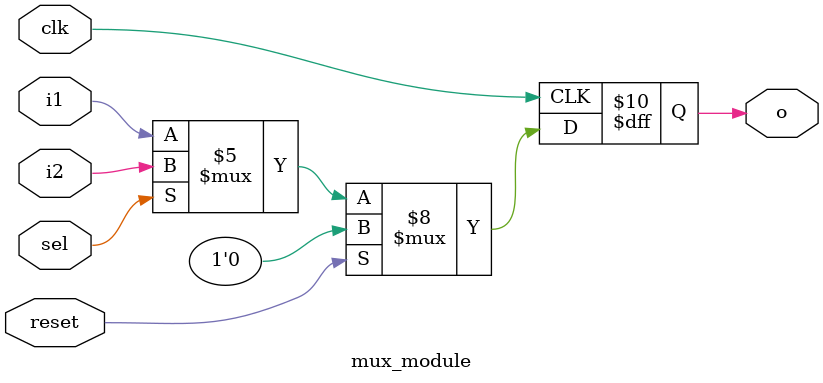
<source format=v>
module mux_module (input clk, input reset, input i1, input i2, output reg o, input sel);

always@(posedge clk) begin 
if (reset ==1'b1) begin 
	o<= 1'b0; 
end

else begin
	if (sel == 1'b0) begin 
		o <= i1;
	end
	else begin
		o <= i2; 
	end 
end 

end

endmodule


</source>
